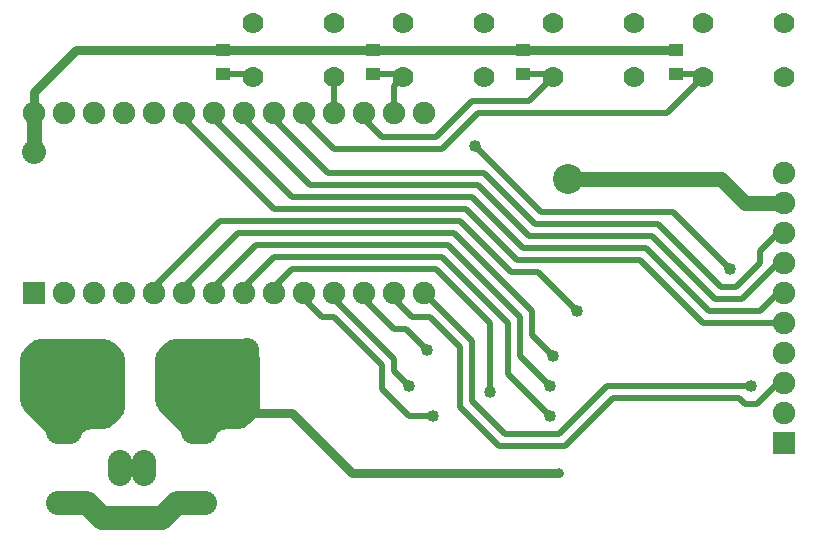
<source format=gbr>
G04 #@! TF.GenerationSoftware,KiCad,Pcbnew,5.0.2-bee76a0~70~ubuntu16.04.1*
G04 #@! TF.CreationDate,2019-08-01T21:54:42-04:00*
G04 #@! TF.ProjectId,Controller,436f6e74-726f-46c6-9c65-722e6b696361,rev?*
G04 #@! TF.SameCoordinates,PX5734380PY65bcec0*
G04 #@! TF.FileFunction,Copper,L1,Top*
G04 #@! TF.FilePolarity,Positive*
%FSLAX46Y46*%
G04 Gerber Fmt 4.6, Leading zero omitted, Abs format (unit mm)*
G04 Created by KiCad (PCBNEW 5.0.2-bee76a0~70~ubuntu16.04.1) date Thu 01 Aug 2019 09:54:42 PM EDT*
%MOMM*%
%LPD*%
G01*
G04 APERTURE LIST*
G04 #@! TA.AperFunction,ComponentPad*
%ADD10C,1.905000*%
G04 #@! TD*
G04 #@! TA.AperFunction,ComponentPad*
%ADD11R,1.905000X1.905000*%
G04 #@! TD*
G04 #@! TA.AperFunction,ComponentPad*
%ADD12O,2.032000X3.048000*%
G04 #@! TD*
G04 #@! TA.AperFunction,ComponentPad*
%ADD13O,3.048000X2.032000*%
G04 #@! TD*
G04 #@! TA.AperFunction,SMDPad,CuDef*
%ADD14R,1.270000X1.016000*%
G04 #@! TD*
G04 #@! TA.AperFunction,ComponentPad*
%ADD15C,1.778000*%
G04 #@! TD*
G04 #@! TA.AperFunction,ComponentPad*
%ADD16C,2.032000*%
G04 #@! TD*
G04 #@! TA.AperFunction,ViaPad*
%ADD17C,0.800000*%
G04 #@! TD*
G04 #@! TA.AperFunction,ViaPad*
%ADD18C,1.016000*%
G04 #@! TD*
G04 #@! TA.AperFunction,ViaPad*
%ADD19C,2.540000*%
G04 #@! TD*
G04 #@! TA.AperFunction,Conductor*
%ADD20C,2.032000*%
G04 #@! TD*
G04 #@! TA.AperFunction,Conductor*
%ADD21C,1.270000*%
G04 #@! TD*
G04 #@! TA.AperFunction,Conductor*
%ADD22C,0.762000*%
G04 #@! TD*
G04 #@! TA.AperFunction,Conductor*
%ADD23C,0.508000*%
G04 #@! TD*
G04 #@! TA.AperFunction,Conductor*
%ADD24C,0.254000*%
G04 #@! TD*
G04 APERTURE END LIST*
D10*
G04 #@! TO.P,M1,28*
G04 #@! TO.N,+5V*
X2540000Y-10160000D03*
G04 #@! TO.P,M1,27*
G04 #@! TO.N,Net-(M1-Pad27)*
X5080000Y-10160000D03*
G04 #@! TO.P,M1,17*
G04 #@! TO.N,/Left*
X30480000Y-10160000D03*
G04 #@! TO.P,M1,26*
G04 #@! TO.N,Net-(M1-Pad26)*
X7620000Y-10160000D03*
G04 #@! TO.P,M1,25*
G04 #@! TO.N,Net-(M1-Pad25)*
X10160000Y-10160000D03*
G04 #@! TO.P,M1,24*
G04 #@! TO.N,Net-(M1-Pad24)*
X12700000Y-10160000D03*
G04 #@! TO.P,M1,23*
G04 #@! TO.N,Net-(M1-Pad23)*
X15240000Y-10160000D03*
G04 #@! TO.P,M1,22*
G04 #@! TO.N,Net-(M1-Pad22)*
X17780000Y-10160000D03*
G04 #@! TO.P,M1,21*
G04 #@! TO.N,Net-(M1-Pad21)*
X20320000Y-10160000D03*
G04 #@! TO.P,M1,20*
G04 #@! TO.N,Net-(M1-Pad20)*
X22860000Y-10160000D03*
G04 #@! TO.P,M1,19*
G04 #@! TO.N,/Right*
X25400000Y-10160000D03*
G04 #@! TO.P,M1,18*
G04 #@! TO.N,/Up*
X27940000Y-10160000D03*
G04 #@! TO.P,M1,16*
G04 #@! TO.N,/Down*
X33020000Y-10160000D03*
G04 #@! TO.P,M1,15*
G04 #@! TO.N,Net-(M1-Pad15)*
X35560000Y-10160000D03*
G04 #@! TO.P,M1,14*
G04 #@! TO.N,Net-(M1-Pad14)*
X35560000Y-25400000D03*
G04 #@! TO.P,M1,13*
G04 #@! TO.N,Net-(M1-Pad13)*
X33020000Y-25400000D03*
G04 #@! TO.P,M1,12*
G04 #@! TO.N,Net-(M1-Pad12)*
X30480000Y-25400000D03*
G04 #@! TO.P,M1,11*
G04 #@! TO.N,Net-(M1-Pad11)*
X27940000Y-25400000D03*
G04 #@! TO.P,M1,10*
G04 #@! TO.N,Net-(M1-Pad10)*
X25400000Y-25400000D03*
G04 #@! TO.P,M1,9*
G04 #@! TO.N,Net-(M1-Pad9)*
X22860000Y-25400000D03*
G04 #@! TO.P,M1,8*
G04 #@! TO.N,Net-(M1-Pad8)*
X20320000Y-25400000D03*
G04 #@! TO.P,M1,7*
G04 #@! TO.N,Net-(M1-Pad7)*
X17780000Y-25400000D03*
D11*
G04 #@! TO.P,M1,1*
G04 #@! TO.N,DC_GND*
X2540000Y-25400000D03*
D10*
G04 #@! TO.P,M1,2*
G04 #@! TO.N,Net-(M1-Pad2)*
X5080000Y-25400000D03*
G04 #@! TO.P,M1,3*
G04 #@! TO.N,Net-(M1-Pad3)*
X7620000Y-25400000D03*
G04 #@! TO.P,M1,4*
G04 #@! TO.N,Net-(M1-Pad4)*
X10160000Y-25400000D03*
G04 #@! TO.P,M1,5*
G04 #@! TO.N,Net-(M1-Pad5)*
X12700000Y-25400000D03*
G04 #@! TO.P,M1,6*
G04 #@! TO.N,Net-(M1-Pad6)*
X15240000Y-25400000D03*
G04 #@! TD*
D12*
G04 #@! TO.P,J1,3*
G04 #@! TO.N,Net-(J1-Pad3)*
X9779000Y-40182800D03*
D13*
G04 #@! TO.P,J1,1*
G04 #@! TO.N,/SwitchPad1*
X5080000Y-37185600D03*
G04 #@! TO.P,J1,2*
G04 #@! TO.N,DC_GND*
X5080000Y-43180000D03*
G04 #@! TD*
G04 #@! TO.P,J2,2*
G04 #@! TO.N,DC_GND*
X16510000Y-43180000D03*
G04 #@! TO.P,J2,1*
G04 #@! TO.N,+5V*
X16510000Y-37185600D03*
D12*
G04 #@! TO.P,J2,3*
G04 #@! TO.N,Net-(J2-Pad3)*
X11811000Y-40182800D03*
G04 #@! TD*
D14*
G04 #@! TO.P,R1,1*
G04 #@! TO.N,+5V*
X18542000Y-4826000D03*
G04 #@! TO.P,R1,2*
G04 #@! TO.N,/Up*
X18542000Y-6858000D03*
G04 #@! TD*
G04 #@! TO.P,R2,2*
G04 #@! TO.N,/Down*
X31242000Y-6858000D03*
G04 #@! TO.P,R2,1*
G04 #@! TO.N,+5V*
X31242000Y-4826000D03*
G04 #@! TD*
G04 #@! TO.P,R3,1*
G04 #@! TO.N,+5V*
X43942000Y-4826000D03*
G04 #@! TO.P,R3,2*
G04 #@! TO.N,/Left*
X43942000Y-6858000D03*
G04 #@! TD*
G04 #@! TO.P,R4,2*
G04 #@! TO.N,/Right*
X56896000Y-6858000D03*
G04 #@! TO.P,R4,1*
G04 #@! TO.N,+5V*
X56896000Y-4826000D03*
G04 #@! TD*
D15*
G04 #@! TO.P,SW2,1*
G04 #@! TO.N,DC_GND*
X27940000Y-2540000D03*
G04 #@! TO.P,SW2,2*
X21082000Y-2540000D03*
G04 #@! TO.P,SW2,3*
G04 #@! TO.N,/Up*
X27940000Y-7112000D03*
G04 #@! TO.P,SW2,4*
X21082000Y-7112000D03*
G04 #@! TD*
G04 #@! TO.P,SW3,4*
G04 #@! TO.N,/Down*
X33782000Y-7112000D03*
G04 #@! TO.P,SW3,3*
X40640000Y-7112000D03*
G04 #@! TO.P,SW3,2*
G04 #@! TO.N,DC_GND*
X33782000Y-2540000D03*
G04 #@! TO.P,SW3,1*
X40640000Y-2540000D03*
G04 #@! TD*
G04 #@! TO.P,SW4,1*
G04 #@! TO.N,DC_GND*
X53340000Y-2540000D03*
G04 #@! TO.P,SW4,2*
X46482000Y-2540000D03*
G04 #@! TO.P,SW4,3*
G04 #@! TO.N,/Left*
X53340000Y-7112000D03*
G04 #@! TO.P,SW4,4*
X46482000Y-7112000D03*
G04 #@! TD*
G04 #@! TO.P,SW5,4*
G04 #@! TO.N,/Right*
X59182000Y-7112000D03*
G04 #@! TO.P,SW5,3*
X66040000Y-7112000D03*
G04 #@! TO.P,SW5,2*
G04 #@! TO.N,DC_GND*
X59182000Y-2540000D03*
G04 #@! TO.P,SW5,1*
X66040000Y-2540000D03*
G04 #@! TD*
D10*
G04 #@! TO.P,M2,10*
G04 #@! TO.N,DC_GND*
X66040000Y-15240000D03*
G04 #@! TO.P,M2,9*
G04 #@! TO.N,Net-(M1-Pad26)*
X66040000Y-17780000D03*
G04 #@! TO.P,M2,8*
G04 #@! TO.N,Net-(M1-Pad20)*
X66040000Y-20320000D03*
G04 #@! TO.P,M2,7*
G04 #@! TO.N,Net-(M1-Pad21)*
X66040000Y-22860000D03*
D11*
G04 #@! TO.P,M2,1*
G04 #@! TO.N,Net-(M2-Pad1)*
X66040000Y-38100000D03*
D10*
G04 #@! TO.P,M2,2*
G04 #@! TO.N,Net-(M1-Pad14)*
X66040000Y-35560000D03*
G04 #@! TO.P,M2,3*
G04 #@! TO.N,Net-(M1-Pad13)*
X66040000Y-33020000D03*
G04 #@! TO.P,M2,4*
G04 #@! TO.N,Net-(M1-Pad15)*
X66040000Y-30480000D03*
G04 #@! TO.P,M2,5*
G04 #@! TO.N,Net-(M1-Pad23)*
X66040000Y-27940000D03*
G04 #@! TO.P,M2,6*
G04 #@! TO.N,Net-(M1-Pad22)*
X66040000Y-25400000D03*
G04 #@! TD*
D16*
G04 #@! TO.P,J5,1*
G04 #@! TO.N,+5V*
X20574000Y-30226000D03*
G04 #@! TD*
G04 #@! TO.P,J6,1*
G04 #@! TO.N,+5V*
X2540000Y-13462000D03*
G04 #@! TD*
D17*
G04 #@! TO.N,+5V*
X46990000Y-40640000D03*
D18*
G04 #@! TO.N,Net-(M1-Pad15)*
X39878000Y-12954000D03*
X61468000Y-23368000D03*
G04 #@! TO.N,Net-(M1-Pad14)*
X63246000Y-33274000D03*
G04 #@! TO.N,Net-(M1-Pad12)*
X35814000Y-30226000D03*
G04 #@! TO.N,Net-(M1-Pad5)*
X48514000Y-26924000D03*
G04 #@! TO.N,Net-(M1-Pad6)*
X46482000Y-30734000D03*
G04 #@! TO.N,Net-(M1-Pad10)*
X36322000Y-35814000D03*
G04 #@! TO.N,Net-(M1-Pad9)*
X41148000Y-33782000D03*
G04 #@! TO.N,Net-(M1-Pad8)*
X46228000Y-35814000D03*
G04 #@! TO.N,Net-(M1-Pad7)*
X46228000Y-33274000D03*
D19*
G04 #@! TO.N,Net-(M1-Pad26)*
X47752000Y-15748000D03*
D18*
G04 #@! TO.N,Net-(M1-Pad11)*
X34290000Y-33274000D03*
G04 #@! TD*
D20*
G04 #@! TO.N,DC_GND*
X5080000Y-43180000D02*
X6985000Y-43180000D01*
X14605000Y-43180000D02*
X16510000Y-43180000D01*
X13335000Y-44450000D02*
X14605000Y-43180000D01*
X8255000Y-44450000D02*
X13335000Y-44450000D01*
X6985000Y-43180000D02*
X8255000Y-44450000D01*
D21*
G04 #@! TO.N,+5V*
X2540000Y-10160000D02*
X2540000Y-13462000D01*
D22*
X46990000Y-40640000D02*
X29464000Y-40640000D01*
X29464000Y-40640000D02*
X24384000Y-35560000D01*
X24384000Y-35560000D02*
X18135600Y-35560000D01*
X18135600Y-35560000D02*
X16510000Y-37185600D01*
X56896000Y-4826000D02*
X6096000Y-4826000D01*
X6096000Y-4826000D02*
X2540000Y-8382000D01*
X2540000Y-8382000D02*
X2540000Y-10160000D01*
D23*
G04 #@! TO.N,/Up*
X18542000Y-6858000D02*
X20828000Y-6858000D01*
X20828000Y-6858000D02*
X21082000Y-7112000D01*
X27940000Y-10160000D02*
X27940000Y-7112000D01*
G04 #@! TO.N,/Down*
X31242000Y-6858000D02*
X33528000Y-6858000D01*
X33528000Y-6858000D02*
X33782000Y-7112000D01*
X33020000Y-10160000D02*
X33020000Y-7874000D01*
X33020000Y-7874000D02*
X33782000Y-7112000D01*
G04 #@! TO.N,/Left*
X43942000Y-6858000D02*
X46228000Y-6858000D01*
X46228000Y-6858000D02*
X46482000Y-7112000D01*
X30480000Y-10160000D02*
X30480000Y-10668000D01*
X44450000Y-9144000D02*
X46482000Y-7112000D01*
X39624000Y-9144000D02*
X44450000Y-9144000D01*
X36576000Y-12192000D02*
X39624000Y-9144000D01*
X32004000Y-12192000D02*
X36576000Y-12192000D01*
X30480000Y-10668000D02*
X32004000Y-12192000D01*
G04 #@! TO.N,/Right*
X56896000Y-6858000D02*
X58928000Y-6858000D01*
X58928000Y-6858000D02*
X59182000Y-7112000D01*
X25400000Y-10160000D02*
X25400000Y-10668000D01*
X56134000Y-10160000D02*
X59182000Y-7112000D01*
X40132000Y-10160000D02*
X56134000Y-10160000D01*
X37084000Y-13208000D02*
X40132000Y-10160000D01*
X27940000Y-13208000D02*
X37084000Y-13208000D01*
X25400000Y-10668000D02*
X27940000Y-13208000D01*
G04 #@! TO.N,Net-(M1-Pad15)*
X45466000Y-18542000D02*
X39878000Y-12954000D01*
X61468000Y-23368000D02*
X56642000Y-18542000D01*
X56642000Y-18542000D02*
X45466000Y-18542000D01*
G04 #@! TO.N,Net-(M1-Pad14)*
X46990000Y-37338000D02*
X42418000Y-37338000D01*
X51054000Y-33274000D02*
X46990000Y-37338000D01*
X63246000Y-33274000D02*
X51054000Y-33274000D01*
X39624000Y-29464000D02*
X35560000Y-25400000D01*
X39624000Y-34544000D02*
X42418000Y-37338000D01*
X39624000Y-29464000D02*
X39624000Y-34544000D01*
G04 #@! TO.N,Net-(M1-Pad13)*
X33020000Y-25400000D02*
X33020000Y-25908000D01*
X33020000Y-25908000D02*
X34544000Y-27432000D01*
X38608000Y-29972000D02*
X38608000Y-35052000D01*
X38608000Y-35052000D02*
X41910000Y-38354000D01*
X41910000Y-38354000D02*
X47498000Y-38354000D01*
X66040000Y-33020000D02*
X65532000Y-33020000D01*
X65532000Y-33020000D02*
X63754000Y-34798000D01*
X63754000Y-34798000D02*
X62738000Y-34798000D01*
X62738000Y-34798000D02*
X62230000Y-34290000D01*
X51562000Y-34290000D02*
X47498000Y-38354000D01*
X62230000Y-34290000D02*
X51562000Y-34290000D01*
X34544000Y-27432000D02*
X36068000Y-27432000D01*
X36068000Y-27432000D02*
X38608000Y-29972000D01*
G04 #@! TO.N,Net-(M1-Pad12)*
X30480000Y-25400000D02*
X30480000Y-25908000D01*
X35814000Y-30226000D02*
X34036000Y-28448000D01*
X34036000Y-28448000D02*
X33020000Y-28448000D01*
X33020000Y-28448000D02*
X30480000Y-25908000D01*
G04 #@! TO.N,Net-(M1-Pad5)*
X12700000Y-25400000D02*
X12700000Y-24892000D01*
X38608000Y-19304000D02*
X42926000Y-23622000D01*
X18288000Y-19304000D02*
X38608000Y-19304000D01*
X12700000Y-24892000D02*
X18288000Y-19304000D01*
X42926000Y-23622000D02*
X45212000Y-23622000D01*
X45212000Y-23622000D02*
X48514000Y-26924000D01*
G04 #@! TO.N,Net-(M1-Pad6)*
X15240000Y-25400000D02*
X15240000Y-24892000D01*
X38100000Y-20320000D02*
X44704000Y-26924000D01*
X19812000Y-20320000D02*
X38100000Y-20320000D01*
X15240000Y-24892000D02*
X19812000Y-20320000D01*
X44704000Y-28956000D02*
X46482000Y-30734000D01*
X44704000Y-26924000D02*
X44704000Y-28956000D01*
G04 #@! TO.N,Net-(M1-Pad21)*
X40132000Y-16256000D02*
X44450000Y-20574000D01*
X20320000Y-10160000D02*
X20320000Y-10668000D01*
X25908000Y-16256000D02*
X40132000Y-16256000D01*
X20320000Y-10668000D02*
X25908000Y-16256000D01*
X66040000Y-22860000D02*
X65532000Y-22860000D01*
X65532000Y-22860000D02*
X62484000Y-25908000D01*
X62484000Y-25908000D02*
X60198000Y-25908000D01*
X60198000Y-25908000D02*
X54864000Y-20574000D01*
X54864000Y-20574000D02*
X44450000Y-20574000D01*
G04 #@! TO.N,Net-(M1-Pad20)*
X44958000Y-19558000D02*
X40640000Y-15240000D01*
X22860000Y-10668000D02*
X27432000Y-15240000D01*
X27432000Y-15240000D02*
X40640000Y-15240000D01*
X22860000Y-10160000D02*
X22860000Y-10668000D01*
X66040000Y-20320000D02*
X65532000Y-20320000D01*
X65532000Y-20320000D02*
X64008000Y-21844000D01*
X64008000Y-21844000D02*
X64008000Y-22860000D01*
X61976000Y-24892000D02*
X60706000Y-24892000D01*
X64008000Y-22860000D02*
X61976000Y-24892000D01*
X60706000Y-24892000D02*
X55372000Y-19558000D01*
X55372000Y-19558000D02*
X44958000Y-19558000D01*
G04 #@! TO.N,Net-(M1-Pad10)*
X25400000Y-25908000D02*
X25400000Y-25400000D01*
X26924000Y-27432000D02*
X25400000Y-25908000D01*
X36322000Y-35814000D02*
X34290000Y-35814000D01*
X34290000Y-35814000D02*
X32004000Y-33528000D01*
X32004000Y-33528000D02*
X32004000Y-31496000D01*
X32004000Y-31496000D02*
X27940000Y-27432000D01*
X27940000Y-27432000D02*
X26924000Y-27432000D01*
G04 #@! TO.N,Net-(M1-Pad9)*
X41148000Y-33782000D02*
X41148000Y-27940000D01*
X36576000Y-23368000D02*
X41148000Y-27940000D01*
X24384000Y-23368000D02*
X36576000Y-23368000D01*
X22860000Y-24892000D02*
X24384000Y-23368000D01*
X22860000Y-25400000D02*
X22860000Y-24892000D01*
G04 #@! TO.N,Net-(M1-Pad8)*
X37084000Y-22352000D02*
X42672000Y-27940000D01*
X22860000Y-22352000D02*
X37084000Y-22352000D01*
X20320000Y-24892000D02*
X22860000Y-22352000D01*
X20320000Y-25400000D02*
X20320000Y-24892000D01*
X42672000Y-32258000D02*
X46228000Y-35814000D01*
X42672000Y-27940000D02*
X42672000Y-32258000D01*
G04 #@! TO.N,Net-(M1-Pad7)*
X17780000Y-25400000D02*
X17780000Y-24892000D01*
X37592000Y-21336000D02*
X43688000Y-27432000D01*
X21336000Y-21336000D02*
X37592000Y-21336000D01*
X17780000Y-24892000D02*
X21336000Y-21336000D01*
X43688000Y-30734000D02*
X46228000Y-33274000D01*
X43688000Y-27432000D02*
X43688000Y-30734000D01*
D21*
G04 #@! TO.N,Net-(M1-Pad26)*
X62738000Y-17780000D02*
X66040000Y-17780000D01*
X60706000Y-15748000D02*
X62738000Y-17780000D01*
X47752000Y-15748000D02*
X60706000Y-15748000D01*
D23*
G04 #@! TO.N,Net-(M1-Pad23)*
X39116000Y-18288000D02*
X43434000Y-22606000D01*
X15240000Y-10160000D02*
X15240000Y-10668000D01*
X22860000Y-18288000D02*
X39116000Y-18288000D01*
X15240000Y-10668000D02*
X22860000Y-18288000D01*
X66040000Y-27940000D02*
X59182000Y-27940000D01*
X59182000Y-27940000D02*
X53848000Y-22606000D01*
X53848000Y-22606000D02*
X43434000Y-22606000D01*
G04 #@! TO.N,Net-(M1-Pad22)*
X39624000Y-17272000D02*
X43942000Y-21590000D01*
X17780000Y-10160000D02*
X17780000Y-10668000D01*
X24384000Y-17272000D02*
X39624000Y-17272000D01*
X17780000Y-10668000D02*
X24384000Y-17272000D01*
X66040000Y-25400000D02*
X65532000Y-25400000D01*
X64008000Y-26924000D02*
X59690000Y-26924000D01*
X65532000Y-25400000D02*
X64008000Y-26924000D01*
X59690000Y-26924000D02*
X54356000Y-21590000D01*
X54356000Y-21590000D02*
X43942000Y-21590000D01*
G04 #@! TO.N,Net-(M1-Pad11)*
X27940000Y-25908000D02*
X27940000Y-25400000D01*
X33020000Y-30988000D02*
X27940000Y-25908000D01*
X33020000Y-32004000D02*
X33020000Y-30988000D01*
X34290000Y-33274000D02*
X33020000Y-32004000D01*
G04 #@! TD*
D24*
G04 #@! TO.N,/SwitchPad1*
G36*
X8800404Y-29426305D02*
X9181014Y-29680620D01*
X9689380Y-30188986D01*
X9943695Y-30569596D01*
X10033000Y-31018560D01*
X10033000Y-35021440D01*
X9943695Y-35470404D01*
X9689380Y-35851014D01*
X9181014Y-36359380D01*
X8800404Y-36613695D01*
X8351440Y-36703000D01*
X7434013Y-36703000D01*
X7409236Y-36705440D01*
X6994402Y-36787956D01*
X6948622Y-36806919D01*
X6266269Y-37262852D01*
X5888477Y-37338000D01*
X4348560Y-37338000D01*
X3899596Y-37248695D01*
X3518986Y-36994380D01*
X1740620Y-35216014D01*
X1486305Y-34835404D01*
X1397000Y-34386440D01*
X1397000Y-31018560D01*
X1486305Y-30569596D01*
X1740620Y-30188986D01*
X2248986Y-29680620D01*
X2629596Y-29426305D01*
X3078560Y-29337000D01*
X8351440Y-29337000D01*
X8800404Y-29426305D01*
X8800404Y-29426305D01*
G37*
X8800404Y-29426305D02*
X9181014Y-29680620D01*
X9689380Y-30188986D01*
X9943695Y-30569596D01*
X10033000Y-31018560D01*
X10033000Y-35021440D01*
X9943695Y-35470404D01*
X9689380Y-35851014D01*
X9181014Y-36359380D01*
X8800404Y-36613695D01*
X8351440Y-36703000D01*
X7434013Y-36703000D01*
X7409236Y-36705440D01*
X6994402Y-36787956D01*
X6948622Y-36806919D01*
X6266269Y-37262852D01*
X5888477Y-37338000D01*
X4348560Y-37338000D01*
X3899596Y-37248695D01*
X3518986Y-36994380D01*
X1740620Y-35216014D01*
X1486305Y-34835404D01*
X1397000Y-34386440D01*
X1397000Y-31018560D01*
X1486305Y-30569596D01*
X1740620Y-30188986D01*
X2248986Y-29680620D01*
X2629596Y-29426305D01*
X3078560Y-29337000D01*
X8351440Y-29337000D01*
X8800404Y-29426305D01*
G04 #@! TO.N,+5V*
G36*
X20230404Y-29426305D02*
X20611014Y-29680620D01*
X21119380Y-30188986D01*
X21373695Y-30569596D01*
X21463000Y-31018560D01*
X21463000Y-35021440D01*
X21373695Y-35470404D01*
X21119380Y-35851014D01*
X20611014Y-36359380D01*
X20230404Y-36613695D01*
X19781440Y-36703000D01*
X18864013Y-36703000D01*
X18839236Y-36705440D01*
X18424402Y-36787956D01*
X18378622Y-36806919D01*
X17696269Y-37262852D01*
X17318477Y-37338000D01*
X15778560Y-37338000D01*
X15329596Y-37248695D01*
X14948986Y-36994380D01*
X13170620Y-35216014D01*
X12916305Y-34835404D01*
X12827000Y-34386440D01*
X12827000Y-31018560D01*
X12916305Y-30569596D01*
X13170620Y-30188986D01*
X13678986Y-29680620D01*
X14059596Y-29426305D01*
X14508560Y-29337000D01*
X19781440Y-29337000D01*
X20230404Y-29426305D01*
X20230404Y-29426305D01*
G37*
X20230404Y-29426305D02*
X20611014Y-29680620D01*
X21119380Y-30188986D01*
X21373695Y-30569596D01*
X21463000Y-31018560D01*
X21463000Y-35021440D01*
X21373695Y-35470404D01*
X21119380Y-35851014D01*
X20611014Y-36359380D01*
X20230404Y-36613695D01*
X19781440Y-36703000D01*
X18864013Y-36703000D01*
X18839236Y-36705440D01*
X18424402Y-36787956D01*
X18378622Y-36806919D01*
X17696269Y-37262852D01*
X17318477Y-37338000D01*
X15778560Y-37338000D01*
X15329596Y-37248695D01*
X14948986Y-36994380D01*
X13170620Y-35216014D01*
X12916305Y-34835404D01*
X12827000Y-34386440D01*
X12827000Y-31018560D01*
X12916305Y-30569596D01*
X13170620Y-30188986D01*
X13678986Y-29680620D01*
X14059596Y-29426305D01*
X14508560Y-29337000D01*
X19781440Y-29337000D01*
X20230404Y-29426305D01*
G04 #@! TD*
M02*

</source>
